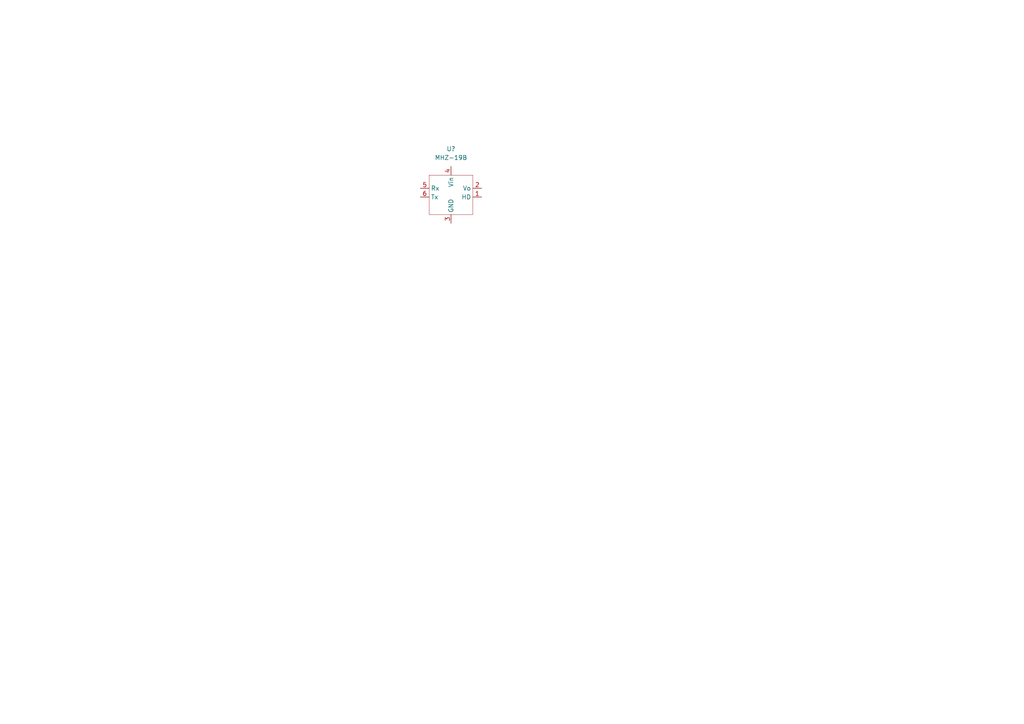
<source format=kicad_sch>
(kicad_sch (version 20200618) (host eeschema "5.99.0-unknown-77313e4~88~ubuntu18.04.1")
  (page 1 1)
  (paper "A4")
  (lib_symbols
    (symbol "miceuz:MHZ-19B"
      (property "Reference" "U" (at -6.35 6.35 0))
      (property "Value" "MHZ-19B" (at 5.08 6.35 0))
      (symbol "MHZ-19B_0_1"
        (rectangle (start -6.35 5.08) (end 6.35 -6.35) (stroke (width 0.0006)))
      )
      (symbol "MHZ-19B_1_1"
        (pin input line (at 8.89 -1.27 180) (length 2.54) (name "HD") (number "1"))
        (pin output line (at 8.89 1.27 180) (length 2.54) (name "Vo") (number "2"))
        (pin power_in line (at 0 -8.89 90) (length 2.54) (name "GND") (number "3"))
        (pin power_in line (at 0 7.62 270) (length 2.54) (name "Vin") (number "4"))
        (pin input line (at -8.89 1.27 0) (length 2.54) (name "Rx") (number "5"))
        (pin output line (at -8.89 -1.27 0) (length 2.54) (name "Tx") (number "6"))
      )
    )
  )
  (symbol (lib_id "miceuz:MHZ-19B") (at 130.81 55.88 0) (unit 1)
    (property "Reference" "U?" (at 130.81 43.18 0))
    (property "Value" "MHZ-19B" (at 130.81 45.72 0))
  )
)
</source>
